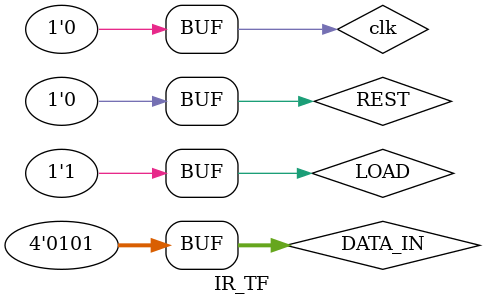
<source format=v>
`timescale 1ns / 1ps


module IR_TF;

	// Inputs
	reg [3:0] DATA_IN;
	reg REST;
	reg clk;
	reg LOAD;

	// Outputs
	wire [3:0] DATA_OUT;

	// Instantiate the Unit Under Test (UUT)
	IR uut (
		.DATA_IN(DATA_IN), 
		.REST(REST), 
		.clk(clk), 
		.DATA_OUT(DATA_OUT), 
		.LOAD(LOAD)
		);
	always
	begin
	clk = 1;
	#10;
	clk = 0;
	#10;
	end
	initial begin
		// Initialize Inputs
		DATA_IN = 0;
		REST = 1;
		LOAD = 0;
		// Wait 100 ns for global reset to finish
		#20;
      DATA_IN = 12'h005;
		REST = 0;
		LOAD = 1;
        
		// Add stimulus here

	end
      
endmodule


</source>
